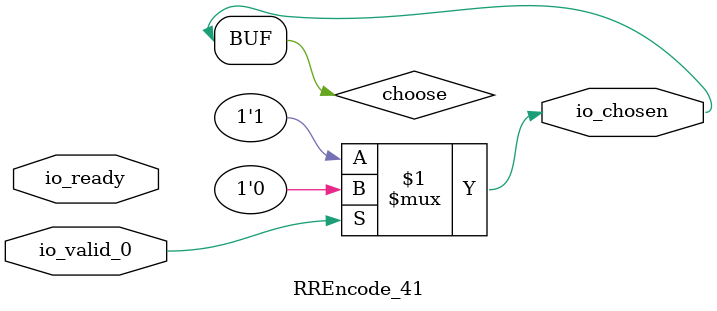
<source format=v>
module RREncode_41(
    input  io_valid_0,
    output io_chosen,
    input  io_ready);
  wire choose;
  assign io_chosen = choose;
  assign choose = io_valid_0 ? 1'h0 : 1'h1;
endmodule
</source>
